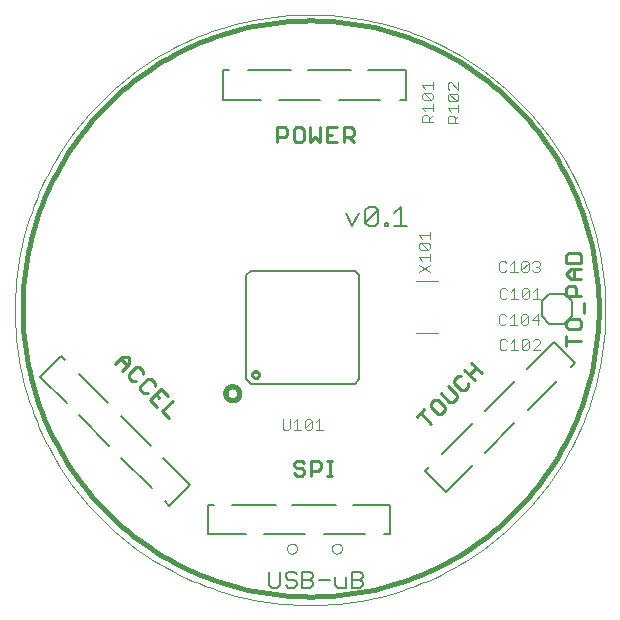
<source format=gto>
G75*
%MOIN*%
%OFA0B0*%
%FSLAX24Y24*%
%IPPOS*%
%LPD*%
%AMOC8*
5,1,8,0,0,1.08239X$1,22.5*
%
%ADD10C,0.0000*%
%ADD11C,0.0160*%
%ADD12C,0.0040*%
%ADD13C,0.0060*%
%ADD14C,0.0080*%
%ADD15C,0.0100*%
%ADD16C,0.0050*%
D10*
X009175Y003001D02*
X009177Y003026D01*
X009183Y003051D01*
X009192Y003075D01*
X009205Y003097D01*
X009222Y003117D01*
X009241Y003134D01*
X009262Y003148D01*
X009286Y003158D01*
X009310Y003165D01*
X009336Y003168D01*
X009361Y003167D01*
X009386Y003162D01*
X009410Y003153D01*
X009433Y003141D01*
X009453Y003126D01*
X009471Y003107D01*
X009486Y003086D01*
X009497Y003063D01*
X009505Y003039D01*
X009509Y003014D01*
X009509Y002988D01*
X009505Y002963D01*
X009497Y002939D01*
X009486Y002916D01*
X009471Y002895D01*
X009453Y002876D01*
X009433Y002861D01*
X009410Y002849D01*
X009386Y002840D01*
X009361Y002835D01*
X009336Y002834D01*
X009310Y002837D01*
X009286Y002844D01*
X009262Y002854D01*
X009241Y002868D01*
X009222Y002885D01*
X009205Y002905D01*
X009192Y002927D01*
X009183Y002951D01*
X009177Y002976D01*
X009175Y003001D01*
X010671Y003001D02*
X010673Y003026D01*
X010679Y003051D01*
X010688Y003075D01*
X010701Y003097D01*
X010718Y003117D01*
X010737Y003134D01*
X010758Y003148D01*
X010782Y003158D01*
X010806Y003165D01*
X010832Y003168D01*
X010857Y003167D01*
X010882Y003162D01*
X010906Y003153D01*
X010929Y003141D01*
X010949Y003126D01*
X010967Y003107D01*
X010982Y003086D01*
X010993Y003063D01*
X011001Y003039D01*
X011005Y003014D01*
X011005Y002988D01*
X011001Y002963D01*
X010993Y002939D01*
X010982Y002916D01*
X010967Y002895D01*
X010949Y002876D01*
X010929Y002861D01*
X010906Y002849D01*
X010882Y002840D01*
X010857Y002835D01*
X010832Y002834D01*
X010806Y002837D01*
X010782Y002844D01*
X010758Y002854D01*
X010737Y002868D01*
X010718Y002885D01*
X010701Y002905D01*
X010688Y002927D01*
X010679Y002951D01*
X010673Y002976D01*
X010671Y003001D01*
X000100Y010957D02*
X000103Y011195D01*
X000111Y011433D01*
X000126Y011670D01*
X000146Y011907D01*
X000172Y012143D01*
X000203Y012379D01*
X000240Y012614D01*
X000283Y012848D01*
X000332Y013081D01*
X000386Y013313D01*
X000446Y013543D01*
X000511Y013772D01*
X000582Y013999D01*
X000658Y014224D01*
X000740Y014447D01*
X000827Y014669D01*
X000919Y014888D01*
X001017Y015105D01*
X001119Y015319D01*
X001227Y015531D01*
X001341Y015741D01*
X001459Y015947D01*
X001582Y016151D01*
X001710Y016351D01*
X001842Y016548D01*
X001980Y016743D01*
X002122Y016933D01*
X002269Y017121D01*
X002420Y017304D01*
X002575Y017484D01*
X002735Y017660D01*
X002899Y017832D01*
X003068Y018001D01*
X003240Y018165D01*
X003416Y018325D01*
X003596Y018480D01*
X003779Y018631D01*
X003967Y018778D01*
X004157Y018920D01*
X004352Y019058D01*
X004549Y019190D01*
X004749Y019318D01*
X004953Y019441D01*
X005159Y019559D01*
X005369Y019673D01*
X005581Y019781D01*
X005795Y019883D01*
X006012Y019981D01*
X006231Y020073D01*
X006453Y020160D01*
X006676Y020242D01*
X006901Y020318D01*
X007128Y020389D01*
X007357Y020454D01*
X007587Y020514D01*
X007819Y020568D01*
X008052Y020617D01*
X008286Y020660D01*
X008521Y020697D01*
X008757Y020728D01*
X008993Y020754D01*
X009230Y020774D01*
X009467Y020789D01*
X009705Y020797D01*
X009943Y020800D01*
X010181Y020797D01*
X010419Y020789D01*
X010656Y020774D01*
X010893Y020754D01*
X011129Y020728D01*
X011365Y020697D01*
X011600Y020660D01*
X011834Y020617D01*
X012067Y020568D01*
X012299Y020514D01*
X012529Y020454D01*
X012758Y020389D01*
X012985Y020318D01*
X013210Y020242D01*
X013433Y020160D01*
X013655Y020073D01*
X013874Y019981D01*
X014091Y019883D01*
X014305Y019781D01*
X014517Y019673D01*
X014727Y019559D01*
X014933Y019441D01*
X015137Y019318D01*
X015337Y019190D01*
X015534Y019058D01*
X015729Y018920D01*
X015919Y018778D01*
X016107Y018631D01*
X016290Y018480D01*
X016470Y018325D01*
X016646Y018165D01*
X016818Y018001D01*
X016987Y017832D01*
X017151Y017660D01*
X017311Y017484D01*
X017466Y017304D01*
X017617Y017121D01*
X017764Y016933D01*
X017906Y016743D01*
X018044Y016548D01*
X018176Y016351D01*
X018304Y016151D01*
X018427Y015947D01*
X018545Y015741D01*
X018659Y015531D01*
X018767Y015319D01*
X018869Y015105D01*
X018967Y014888D01*
X019059Y014669D01*
X019146Y014447D01*
X019228Y014224D01*
X019304Y013999D01*
X019375Y013772D01*
X019440Y013543D01*
X019500Y013313D01*
X019554Y013081D01*
X019603Y012848D01*
X019646Y012614D01*
X019683Y012379D01*
X019714Y012143D01*
X019740Y011907D01*
X019760Y011670D01*
X019775Y011433D01*
X019783Y011195D01*
X019786Y010957D01*
X019783Y010719D01*
X019775Y010481D01*
X019760Y010244D01*
X019740Y010007D01*
X019714Y009771D01*
X019683Y009535D01*
X019646Y009300D01*
X019603Y009066D01*
X019554Y008833D01*
X019500Y008601D01*
X019440Y008371D01*
X019375Y008142D01*
X019304Y007915D01*
X019228Y007690D01*
X019146Y007467D01*
X019059Y007245D01*
X018967Y007026D01*
X018869Y006809D01*
X018767Y006595D01*
X018659Y006383D01*
X018545Y006173D01*
X018427Y005967D01*
X018304Y005763D01*
X018176Y005563D01*
X018044Y005366D01*
X017906Y005171D01*
X017764Y004981D01*
X017617Y004793D01*
X017466Y004610D01*
X017311Y004430D01*
X017151Y004254D01*
X016987Y004082D01*
X016818Y003913D01*
X016646Y003749D01*
X016470Y003589D01*
X016290Y003434D01*
X016107Y003283D01*
X015919Y003136D01*
X015729Y002994D01*
X015534Y002856D01*
X015337Y002724D01*
X015137Y002596D01*
X014933Y002473D01*
X014727Y002355D01*
X014517Y002241D01*
X014305Y002133D01*
X014091Y002031D01*
X013874Y001933D01*
X013655Y001841D01*
X013433Y001754D01*
X013210Y001672D01*
X012985Y001596D01*
X012758Y001525D01*
X012529Y001460D01*
X012299Y001400D01*
X012067Y001346D01*
X011834Y001297D01*
X011600Y001254D01*
X011365Y001217D01*
X011129Y001186D01*
X010893Y001160D01*
X010656Y001140D01*
X010419Y001125D01*
X010181Y001117D01*
X009943Y001114D01*
X009705Y001117D01*
X009467Y001125D01*
X009230Y001140D01*
X008993Y001160D01*
X008757Y001186D01*
X008521Y001217D01*
X008286Y001254D01*
X008052Y001297D01*
X007819Y001346D01*
X007587Y001400D01*
X007357Y001460D01*
X007128Y001525D01*
X006901Y001596D01*
X006676Y001672D01*
X006453Y001754D01*
X006231Y001841D01*
X006012Y001933D01*
X005795Y002031D01*
X005581Y002133D01*
X005369Y002241D01*
X005159Y002355D01*
X004953Y002473D01*
X004749Y002596D01*
X004549Y002724D01*
X004352Y002856D01*
X004157Y002994D01*
X003967Y003136D01*
X003779Y003283D01*
X003596Y003434D01*
X003416Y003589D01*
X003240Y003749D01*
X003068Y003913D01*
X002899Y004082D01*
X002735Y004254D01*
X002575Y004430D01*
X002420Y004610D01*
X002269Y004793D01*
X002122Y004981D01*
X001980Y005171D01*
X001842Y005366D01*
X001710Y005563D01*
X001582Y005763D01*
X001459Y005967D01*
X001341Y006173D01*
X001227Y006383D01*
X001119Y006595D01*
X001017Y006809D01*
X000919Y007026D01*
X000827Y007245D01*
X000740Y007467D01*
X000658Y007690D01*
X000582Y007915D01*
X000511Y008142D01*
X000446Y008371D01*
X000386Y008601D01*
X000332Y008833D01*
X000283Y009066D01*
X000240Y009300D01*
X000203Y009535D01*
X000172Y009771D01*
X000146Y010007D01*
X000126Y010244D01*
X000111Y010481D01*
X000103Y010719D01*
X000100Y010957D01*
D11*
X007117Y008175D02*
X007119Y008205D01*
X007125Y008235D01*
X007135Y008264D01*
X007148Y008291D01*
X007165Y008317D01*
X007185Y008340D01*
X007208Y008360D01*
X007233Y008377D01*
X007261Y008390D01*
X007290Y008400D01*
X007320Y008406D01*
X007350Y008408D01*
X007380Y008406D01*
X007410Y008400D01*
X007439Y008390D01*
X007466Y008377D01*
X007492Y008360D01*
X007515Y008340D01*
X007535Y008317D01*
X007552Y008292D01*
X007565Y008264D01*
X007575Y008235D01*
X007581Y008205D01*
X007583Y008175D01*
X007581Y008145D01*
X007575Y008115D01*
X007565Y008086D01*
X007552Y008059D01*
X007535Y008033D01*
X007515Y008010D01*
X007492Y007990D01*
X007467Y007973D01*
X007439Y007960D01*
X007410Y007950D01*
X007380Y007944D01*
X007350Y007942D01*
X007320Y007944D01*
X007290Y007950D01*
X007261Y007960D01*
X007234Y007973D01*
X007208Y007990D01*
X007185Y008010D01*
X007165Y008033D01*
X007148Y008058D01*
X007135Y008086D01*
X007125Y008115D01*
X007119Y008145D01*
X007117Y008175D01*
X000359Y011005D02*
X000362Y011241D01*
X000371Y011476D01*
X000385Y011711D01*
X000405Y011946D01*
X000431Y012180D01*
X000463Y012414D01*
X000500Y012646D01*
X000543Y012878D01*
X000592Y013109D01*
X000647Y013338D01*
X000707Y013566D01*
X000772Y013792D01*
X000844Y014017D01*
X000920Y014239D01*
X001002Y014460D01*
X001090Y014679D01*
X001183Y014896D01*
X001281Y015110D01*
X001384Y015322D01*
X001493Y015531D01*
X001606Y015737D01*
X001725Y015941D01*
X001849Y016142D01*
X001977Y016339D01*
X002110Y016533D01*
X002248Y016724D01*
X002391Y016912D01*
X002538Y017096D01*
X002690Y017276D01*
X002846Y017453D01*
X003007Y017625D01*
X003171Y017794D01*
X003340Y017958D01*
X003512Y018119D01*
X003689Y018275D01*
X003869Y018427D01*
X004053Y018574D01*
X004241Y018717D01*
X004432Y018855D01*
X004626Y018988D01*
X004823Y019116D01*
X005024Y019240D01*
X005228Y019359D01*
X005434Y019472D01*
X005643Y019581D01*
X005855Y019684D01*
X006069Y019782D01*
X006286Y019875D01*
X006505Y019963D01*
X006726Y020045D01*
X006948Y020121D01*
X007173Y020193D01*
X007399Y020258D01*
X007627Y020318D01*
X007856Y020373D01*
X008087Y020422D01*
X008319Y020465D01*
X008551Y020502D01*
X008785Y020534D01*
X009019Y020560D01*
X009254Y020580D01*
X009489Y020594D01*
X009724Y020603D01*
X009960Y020606D01*
X010196Y020603D01*
X010431Y020594D01*
X010666Y020580D01*
X010901Y020560D01*
X011135Y020534D01*
X011369Y020502D01*
X011601Y020465D01*
X011833Y020422D01*
X012064Y020373D01*
X012293Y020318D01*
X012521Y020258D01*
X012747Y020193D01*
X012972Y020121D01*
X013194Y020045D01*
X013415Y019963D01*
X013634Y019875D01*
X013851Y019782D01*
X014065Y019684D01*
X014277Y019581D01*
X014486Y019472D01*
X014692Y019359D01*
X014896Y019240D01*
X015097Y019116D01*
X015294Y018988D01*
X015488Y018855D01*
X015679Y018717D01*
X015867Y018574D01*
X016051Y018427D01*
X016231Y018275D01*
X016408Y018119D01*
X016580Y017958D01*
X016749Y017794D01*
X016913Y017625D01*
X017074Y017453D01*
X017230Y017276D01*
X017382Y017096D01*
X017529Y016912D01*
X017672Y016724D01*
X017810Y016533D01*
X017943Y016339D01*
X018071Y016142D01*
X018195Y015941D01*
X018314Y015737D01*
X018427Y015531D01*
X018536Y015322D01*
X018639Y015110D01*
X018737Y014896D01*
X018830Y014679D01*
X018918Y014460D01*
X019000Y014239D01*
X019076Y014017D01*
X019148Y013792D01*
X019213Y013566D01*
X019273Y013338D01*
X019328Y013109D01*
X019377Y012878D01*
X019420Y012646D01*
X019457Y012414D01*
X019489Y012180D01*
X019515Y011946D01*
X019535Y011711D01*
X019549Y011476D01*
X019558Y011241D01*
X019561Y011005D01*
X019558Y010769D01*
X019549Y010534D01*
X019535Y010299D01*
X019515Y010064D01*
X019489Y009830D01*
X019457Y009596D01*
X019420Y009364D01*
X019377Y009132D01*
X019328Y008901D01*
X019273Y008672D01*
X019213Y008444D01*
X019148Y008218D01*
X019076Y007993D01*
X019000Y007771D01*
X018918Y007550D01*
X018830Y007331D01*
X018737Y007114D01*
X018639Y006900D01*
X018536Y006688D01*
X018427Y006479D01*
X018314Y006273D01*
X018195Y006069D01*
X018071Y005868D01*
X017943Y005671D01*
X017810Y005477D01*
X017672Y005286D01*
X017529Y005098D01*
X017382Y004914D01*
X017230Y004734D01*
X017074Y004557D01*
X016913Y004385D01*
X016749Y004216D01*
X016580Y004052D01*
X016408Y003891D01*
X016231Y003735D01*
X016051Y003583D01*
X015867Y003436D01*
X015679Y003293D01*
X015488Y003155D01*
X015294Y003022D01*
X015097Y002894D01*
X014896Y002770D01*
X014692Y002651D01*
X014486Y002538D01*
X014277Y002429D01*
X014065Y002326D01*
X013851Y002228D01*
X013634Y002135D01*
X013415Y002047D01*
X013194Y001965D01*
X012972Y001889D01*
X012747Y001817D01*
X012521Y001752D01*
X012293Y001692D01*
X012064Y001637D01*
X011833Y001588D01*
X011601Y001545D01*
X011369Y001508D01*
X011135Y001476D01*
X010901Y001450D01*
X010666Y001430D01*
X010431Y001416D01*
X010196Y001407D01*
X009960Y001404D01*
X009724Y001407D01*
X009489Y001416D01*
X009254Y001430D01*
X009019Y001450D01*
X008785Y001476D01*
X008551Y001508D01*
X008319Y001545D01*
X008087Y001588D01*
X007856Y001637D01*
X007627Y001692D01*
X007399Y001752D01*
X007173Y001817D01*
X006948Y001889D01*
X006726Y001965D01*
X006505Y002047D01*
X006286Y002135D01*
X006069Y002228D01*
X005855Y002326D01*
X005643Y002429D01*
X005434Y002538D01*
X005228Y002651D01*
X005024Y002770D01*
X004823Y002894D01*
X004626Y003022D01*
X004432Y003155D01*
X004241Y003293D01*
X004053Y003436D01*
X003869Y003583D01*
X003689Y003735D01*
X003512Y003891D01*
X003340Y004052D01*
X003171Y004216D01*
X003007Y004385D01*
X002846Y004557D01*
X002690Y004734D01*
X002538Y004914D01*
X002391Y005098D01*
X002248Y005286D01*
X002110Y005477D01*
X001977Y005671D01*
X001849Y005868D01*
X001725Y006069D01*
X001606Y006273D01*
X001493Y006479D01*
X001384Y006688D01*
X001281Y006900D01*
X001183Y007114D01*
X001090Y007331D01*
X001002Y007550D01*
X000920Y007771D01*
X000844Y007993D01*
X000772Y008218D01*
X000707Y008444D01*
X000647Y008672D01*
X000592Y008901D01*
X000543Y009132D01*
X000500Y009364D01*
X000463Y009596D01*
X000431Y009830D01*
X000405Y010064D01*
X000385Y010299D01*
X000371Y010534D01*
X000362Y010769D01*
X000359Y011005D01*
D12*
X009030Y007325D02*
X009030Y007025D01*
X009090Y006965D01*
X009210Y006965D01*
X009270Y007025D01*
X009270Y007325D01*
X009398Y007205D02*
X009518Y007325D01*
X009518Y006965D01*
X009398Y006965D02*
X009639Y006965D01*
X009767Y007025D02*
X009767Y007265D01*
X009827Y007325D01*
X009947Y007325D01*
X010007Y007265D01*
X009767Y007025D01*
X009827Y006965D01*
X009947Y006965D01*
X010007Y007025D01*
X010007Y007265D01*
X010135Y007205D02*
X010255Y007325D01*
X010255Y006965D01*
X010135Y006965D02*
X010375Y006965D01*
X013466Y010199D02*
X014214Y010199D01*
X014214Y011931D02*
X013466Y011931D01*
X013570Y012225D02*
X013930Y012465D01*
X013930Y012593D02*
X013930Y012833D01*
X013930Y012713D02*
X013570Y012713D01*
X013690Y012593D01*
X013570Y012465D02*
X013930Y012225D01*
X013870Y012961D02*
X013630Y012961D01*
X013570Y013021D01*
X013570Y013141D01*
X013630Y013201D01*
X013870Y012961D01*
X013930Y013021D01*
X013930Y013141D01*
X013870Y013201D01*
X013630Y013201D01*
X013690Y013330D02*
X013570Y013450D01*
X013930Y013450D01*
X013930Y013330D02*
X013930Y013570D01*
X016250Y012515D02*
X016250Y012275D01*
X016310Y012215D01*
X016430Y012215D01*
X016490Y012275D01*
X016618Y012215D02*
X016859Y012215D01*
X016738Y012215D02*
X016738Y012575D01*
X016618Y012455D01*
X016490Y012515D02*
X016430Y012575D01*
X016310Y012575D01*
X016250Y012515D01*
X016987Y012515D02*
X016987Y012275D01*
X017227Y012515D01*
X017227Y012275D01*
X017167Y012215D01*
X017047Y012215D01*
X016987Y012275D01*
X016987Y012515D02*
X017047Y012575D01*
X017167Y012575D01*
X017227Y012515D01*
X017355Y012515D02*
X017415Y012575D01*
X017535Y012575D01*
X017595Y012515D01*
X017595Y012455D01*
X017535Y012395D01*
X017595Y012335D01*
X017595Y012275D01*
X017535Y012215D01*
X017415Y012215D01*
X017355Y012275D01*
X017475Y012395D02*
X017535Y012395D01*
X017492Y011685D02*
X017492Y011325D01*
X017372Y011325D02*
X017612Y011325D01*
X017372Y011565D02*
X017492Y011685D01*
X017244Y011625D02*
X017244Y011385D01*
X017184Y011325D01*
X017063Y011325D01*
X017003Y011385D01*
X017244Y011625D01*
X017184Y011685D01*
X017063Y011685D01*
X017003Y011625D01*
X017003Y011385D01*
X016875Y011325D02*
X016635Y011325D01*
X016755Y011325D02*
X016755Y011685D01*
X016635Y011565D01*
X016507Y011625D02*
X016447Y011685D01*
X016327Y011685D01*
X016267Y011625D01*
X016267Y011385D01*
X016327Y011325D01*
X016447Y011325D01*
X016507Y011385D01*
X016420Y010805D02*
X016300Y010805D01*
X016240Y010745D01*
X016240Y010505D01*
X016300Y010445D01*
X016420Y010445D01*
X016480Y010505D01*
X016608Y010445D02*
X016849Y010445D01*
X016728Y010445D02*
X016728Y010805D01*
X016608Y010685D01*
X016480Y010745D02*
X016420Y010805D01*
X016977Y010745D02*
X016977Y010505D01*
X017217Y010745D01*
X017217Y010505D01*
X017157Y010445D01*
X017037Y010445D01*
X016977Y010505D01*
X016977Y010745D02*
X017037Y010805D01*
X017157Y010805D01*
X017217Y010745D01*
X017345Y010625D02*
X017585Y010625D01*
X017525Y010445D02*
X017525Y010805D01*
X017345Y010625D01*
X017425Y009985D02*
X017365Y009925D01*
X017425Y009985D02*
X017545Y009985D01*
X017605Y009925D01*
X017605Y009865D01*
X017365Y009625D01*
X017605Y009625D01*
X017237Y009685D02*
X017177Y009625D01*
X017057Y009625D01*
X016997Y009685D01*
X017237Y009925D01*
X017237Y009685D01*
X017237Y009925D02*
X017177Y009985D01*
X017057Y009985D01*
X016997Y009925D01*
X016997Y009685D01*
X016869Y009625D02*
X016628Y009625D01*
X016748Y009625D02*
X016748Y009985D01*
X016628Y009865D01*
X016500Y009925D02*
X016440Y009985D01*
X016320Y009985D01*
X016260Y009925D01*
X016260Y009685D01*
X016320Y009625D01*
X016440Y009625D01*
X016500Y009685D01*
X014890Y017195D02*
X014530Y017195D01*
X014530Y017375D01*
X014590Y017435D01*
X014710Y017435D01*
X014770Y017375D01*
X014770Y017195D01*
X014770Y017315D02*
X014890Y017435D01*
X014890Y017563D02*
X014890Y017803D01*
X014890Y017683D02*
X014530Y017683D01*
X014650Y017563D01*
X014590Y017931D02*
X014530Y017991D01*
X014530Y018111D01*
X014590Y018171D01*
X014830Y017931D01*
X014890Y017991D01*
X014890Y018111D01*
X014830Y018171D01*
X014590Y018171D01*
X014590Y018300D02*
X014530Y018360D01*
X014530Y018480D01*
X014590Y018540D01*
X014650Y018540D01*
X014890Y018300D01*
X014890Y018540D01*
X014830Y017931D02*
X014590Y017931D01*
X014030Y018011D02*
X013970Y017951D01*
X013730Y018191D01*
X013970Y018191D01*
X014030Y018131D01*
X014030Y018011D01*
X013970Y017951D02*
X013730Y017951D01*
X013670Y018011D01*
X013670Y018131D01*
X013730Y018191D01*
X013790Y018320D02*
X013670Y018440D01*
X014030Y018440D01*
X014030Y018320D02*
X014030Y018560D01*
X014030Y017823D02*
X014030Y017583D01*
X014030Y017703D02*
X013670Y017703D01*
X013790Y017583D01*
X013850Y017455D02*
X013910Y017395D01*
X013910Y017215D01*
X013910Y017335D02*
X014030Y017455D01*
X013850Y017455D02*
X013730Y017455D01*
X013670Y017395D01*
X013670Y017215D01*
X014030Y017215D01*
D13*
X012965Y014385D02*
X012965Y013745D01*
X013178Y013745D02*
X012751Y013745D01*
X012536Y013745D02*
X012536Y013851D01*
X012429Y013851D01*
X012429Y013745D01*
X012536Y013745D01*
X012212Y013851D02*
X012105Y013745D01*
X011891Y013745D01*
X011785Y013851D01*
X012212Y014278D01*
X012212Y013851D01*
X012212Y014278D02*
X012105Y014385D01*
X011891Y014385D01*
X011785Y014278D01*
X011785Y013851D01*
X011567Y014172D02*
X011354Y013745D01*
X011140Y014172D01*
X012751Y014172D02*
X012965Y014385D01*
X017670Y011245D02*
X017670Y010745D01*
X017920Y010495D01*
X018420Y010495D01*
X018670Y010745D01*
X018670Y011245D01*
X018420Y011495D01*
X017920Y011495D01*
X017670Y011245D01*
X011613Y002235D02*
X011342Y002235D01*
X011342Y001695D01*
X011613Y001695D01*
X011703Y001785D01*
X011703Y001875D01*
X011613Y001965D01*
X011342Y001965D01*
X011150Y002055D02*
X011150Y001695D01*
X010880Y001695D01*
X010790Y001785D01*
X010790Y002055D01*
X010598Y001965D02*
X010237Y001965D01*
X010045Y002055D02*
X010045Y002145D01*
X009955Y002235D01*
X009685Y002235D01*
X009685Y001695D01*
X009955Y001695D01*
X010045Y001785D01*
X010045Y001875D01*
X009955Y001965D01*
X009685Y001965D01*
X009493Y001875D02*
X009493Y001785D01*
X009403Y001695D01*
X009223Y001695D01*
X009132Y001785D01*
X008940Y001785D02*
X008940Y002235D01*
X009132Y002145D02*
X009132Y002055D01*
X009223Y001965D01*
X009403Y001965D01*
X009493Y001875D01*
X009493Y002145D02*
X009403Y002235D01*
X009223Y002235D01*
X009132Y002145D01*
X008940Y001785D02*
X008850Y001695D01*
X008670Y001695D01*
X008580Y001785D01*
X008580Y002235D01*
X009955Y001965D02*
X010045Y002055D01*
X011613Y001965D02*
X011703Y002055D01*
X011703Y002145D01*
X011613Y002235D01*
D14*
X011432Y008485D02*
X007968Y008485D01*
X007810Y008642D01*
X007810Y012107D01*
X007968Y012264D01*
X011432Y012264D01*
X011590Y012107D01*
X011590Y008642D01*
X011432Y008485D01*
D15*
X013514Y007403D02*
X013750Y007639D01*
X013632Y007521D02*
X013986Y007167D01*
X014199Y007499D02*
X014317Y007499D01*
X014435Y007617D01*
X014435Y007735D01*
X014199Y007971D01*
X014081Y007971D01*
X013964Y007853D01*
X013964Y007735D01*
X014199Y007499D01*
X014590Y007890D02*
X014708Y007890D01*
X014826Y008008D01*
X014826Y008126D01*
X014531Y008421D01*
X014745Y008516D02*
X014745Y008634D01*
X014863Y008752D01*
X014981Y008752D01*
X015077Y008966D02*
X015430Y008612D01*
X015217Y008516D02*
X015217Y008398D01*
X015099Y008280D01*
X014981Y008280D01*
X014745Y008516D01*
X015253Y008789D02*
X015489Y009025D01*
X015312Y009202D02*
X015666Y008848D01*
X014590Y007890D02*
X014295Y008185D01*
X010682Y005935D02*
X010515Y005935D01*
X010598Y005935D02*
X010598Y005435D01*
X010515Y005435D02*
X010682Y005435D01*
X010296Y005685D02*
X010213Y005601D01*
X009962Y005601D01*
X009962Y005435D02*
X009962Y005935D01*
X010213Y005935D01*
X010296Y005852D01*
X010296Y005685D01*
X009744Y005601D02*
X009744Y005518D01*
X009660Y005435D01*
X009493Y005435D01*
X009410Y005518D01*
X009493Y005685D02*
X009660Y005685D01*
X009744Y005601D01*
X009744Y005852D02*
X009660Y005935D01*
X009493Y005935D01*
X009410Y005852D01*
X009410Y005768D01*
X009493Y005685D01*
X008014Y008800D02*
X008016Y008820D01*
X008021Y008840D01*
X008031Y008858D01*
X008043Y008875D01*
X008058Y008889D01*
X008076Y008899D01*
X008095Y008907D01*
X008115Y008911D01*
X008135Y008911D01*
X008155Y008907D01*
X008174Y008899D01*
X008192Y008889D01*
X008207Y008875D01*
X008219Y008858D01*
X008229Y008840D01*
X008234Y008820D01*
X008236Y008800D01*
X008234Y008780D01*
X008229Y008760D01*
X008219Y008742D01*
X008207Y008725D01*
X008192Y008711D01*
X008174Y008701D01*
X008155Y008693D01*
X008135Y008689D01*
X008115Y008689D01*
X008095Y008693D01*
X008076Y008701D01*
X008058Y008711D01*
X008043Y008725D01*
X008031Y008742D01*
X008021Y008760D01*
X008016Y008780D01*
X008014Y008800D01*
X005366Y007933D02*
X005012Y007579D01*
X005248Y007343D01*
X004857Y007734D02*
X004621Y007969D01*
X004975Y008323D01*
X005211Y008087D01*
X004916Y008028D02*
X004798Y008146D01*
X004525Y008183D02*
X004407Y008183D01*
X004289Y008301D01*
X004289Y008419D01*
X004525Y008655D01*
X004643Y008655D01*
X004761Y008537D01*
X004761Y008419D01*
X004371Y008810D02*
X004371Y008928D01*
X004253Y009046D01*
X004135Y009046D01*
X003899Y008810D01*
X003899Y008692D01*
X004017Y008574D01*
X004135Y008574D01*
X003685Y008905D02*
X003921Y009141D01*
X003921Y009377D01*
X003685Y009377D01*
X003449Y009141D01*
X003626Y009318D02*
X003862Y009082D01*
X008850Y016545D02*
X008850Y017045D01*
X009100Y017045D01*
X009184Y016962D01*
X009184Y016795D01*
X009100Y016711D01*
X008850Y016711D01*
X009402Y016628D02*
X009486Y016545D01*
X009653Y016545D01*
X009736Y016628D01*
X009736Y016962D01*
X009653Y017045D01*
X009486Y017045D01*
X009402Y016962D01*
X009402Y016628D01*
X009955Y016545D02*
X010122Y016711D01*
X010289Y016545D01*
X010289Y017045D01*
X010507Y017045D02*
X010507Y016545D01*
X010841Y016545D01*
X011060Y016545D02*
X011060Y017045D01*
X011310Y017045D01*
X011394Y016962D01*
X011394Y016795D01*
X011310Y016711D01*
X011060Y016711D01*
X011227Y016711D02*
X011394Y016545D01*
X010841Y017045D02*
X010507Y017045D01*
X010507Y016795D02*
X010674Y016795D01*
X009955Y017045D02*
X009955Y016545D01*
X018480Y012777D02*
X018480Y012527D01*
X018980Y012527D01*
X018980Y012777D01*
X018897Y012861D01*
X018563Y012861D01*
X018480Y012777D01*
X018646Y012308D02*
X018480Y012141D01*
X018646Y011975D01*
X018980Y011975D01*
X018730Y011975D02*
X018730Y012308D01*
X018646Y012308D02*
X018980Y012308D01*
X018730Y011756D02*
X018563Y011756D01*
X018480Y011672D01*
X018480Y011422D01*
X018980Y011422D01*
X018813Y011422D02*
X018813Y011672D01*
X018730Y011756D01*
X019063Y011203D02*
X019063Y010870D01*
X018897Y010651D02*
X018563Y010651D01*
X018480Y010567D01*
X018480Y010401D01*
X018563Y010317D01*
X018897Y010317D01*
X018980Y010401D01*
X018980Y010567D01*
X018897Y010651D01*
X018480Y010098D02*
X018480Y009765D01*
X018480Y009931D02*
X018980Y009931D01*
D16*
X004662Y005007D02*
X003639Y006030D01*
X003248Y006421D02*
X002225Y007444D01*
X001828Y007841D02*
X000941Y008728D01*
X001637Y009424D01*
X001781Y009279D01*
X002238Y008823D02*
X003213Y007848D01*
X003652Y007409D02*
X004627Y006434D01*
X005048Y006013D02*
X005935Y005126D01*
X005239Y004430D01*
X005094Y004574D01*
X006541Y004457D02*
X006541Y003473D01*
X007795Y003473D01*
X008391Y003473D02*
X009769Y003473D01*
X010391Y003473D02*
X011769Y003473D01*
X012415Y003473D02*
X012619Y003473D01*
X012619Y004457D01*
X011365Y004457D01*
X010803Y004457D02*
X009357Y004457D01*
X008803Y004457D02*
X007357Y004457D01*
X006745Y004457D02*
X006541Y004457D01*
X013775Y005586D02*
X013920Y005730D01*
X013775Y005586D02*
X014471Y004890D01*
X015358Y005777D01*
X015779Y006198D02*
X016754Y007173D01*
X017193Y007612D02*
X018168Y008587D01*
X018625Y009043D02*
X018769Y009188D01*
X018073Y009884D01*
X017186Y008997D01*
X016789Y008600D02*
X015766Y007577D01*
X015375Y007186D02*
X014352Y006163D01*
X013129Y017963D02*
X012925Y017963D01*
X013129Y017963D02*
X013129Y018947D01*
X011875Y018947D01*
X011313Y018947D02*
X009867Y018947D01*
X009313Y018947D02*
X007867Y018947D01*
X007255Y018947D02*
X007051Y018947D01*
X007051Y017963D01*
X008305Y017963D01*
X008901Y017963D02*
X010279Y017963D01*
X010901Y017963D02*
X012279Y017963D01*
M02*

</source>
